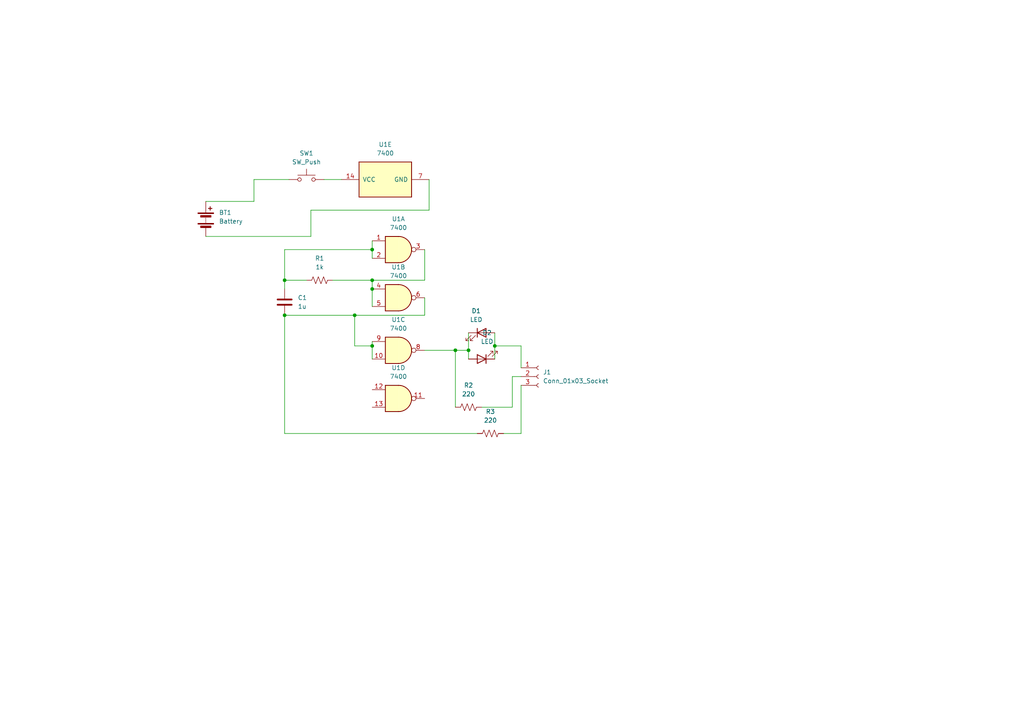
<source format=kicad_sch>
(kicad_sch (version 20230121) (generator eeschema)

  (uuid ff21d9b6-6a60-4f17-a0b1-c923402327dc)

  (paper "A4")

  (title_block
    (title "Transistor Tester")
    (date "2023-11-01")
    (rev "1")
  )

  (lib_symbols
    (symbol "74xx:7400" (pin_names (offset 1.016)) (in_bom yes) (on_board yes)
      (property "Reference" "U" (at 0 1.27 0)
        (effects (font (size 1.27 1.27)))
      )
      (property "Value" "7400" (at 0 -1.27 0)
        (effects (font (size 1.27 1.27)))
      )
      (property "Footprint" "" (at 0 0 0)
        (effects (font (size 1.27 1.27)) hide)
      )
      (property "Datasheet" "http://www.ti.com/lit/gpn/sn7400" (at 0 0 0)
        (effects (font (size 1.27 1.27)) hide)
      )
      (property "ki_locked" "" (at 0 0 0)
        (effects (font (size 1.27 1.27)))
      )
      (property "ki_keywords" "TTL nand 2-input" (at 0 0 0)
        (effects (font (size 1.27 1.27)) hide)
      )
      (property "ki_description" "quad 2-input NAND gate" (at 0 0 0)
        (effects (font (size 1.27 1.27)) hide)
      )
      (property "ki_fp_filters" "DIP*W7.62mm* SO14*" (at 0 0 0)
        (effects (font (size 1.27 1.27)) hide)
      )
      (symbol "7400_1_1"
        (arc (start 0 -3.81) (mid 3.7934 0) (end 0 3.81)
          (stroke (width 0.254) (type default))
          (fill (type background))
        )
        (polyline
          (pts
            (xy 0 3.81)
            (xy -3.81 3.81)
            (xy -3.81 -3.81)
            (xy 0 -3.81)
          )
          (stroke (width 0.254) (type default))
          (fill (type background))
        )
        (pin input line (at -7.62 2.54 0) (length 3.81)
          (name "~" (effects (font (size 1.27 1.27))))
          (number "1" (effects (font (size 1.27 1.27))))
        )
        (pin input line (at -7.62 -2.54 0) (length 3.81)
          (name "~" (effects (font (size 1.27 1.27))))
          (number "2" (effects (font (size 1.27 1.27))))
        )
        (pin output inverted (at 7.62 0 180) (length 3.81)
          (name "~" (effects (font (size 1.27 1.27))))
          (number "3" (effects (font (size 1.27 1.27))))
        )
      )
      (symbol "7400_1_2"
        (arc (start -3.81 -3.81) (mid -2.589 0) (end -3.81 3.81)
          (stroke (width 0.254) (type default))
          (fill (type none))
        )
        (arc (start -0.6096 -3.81) (mid 2.1842 -2.5851) (end 3.81 0)
          (stroke (width 0.254) (type default))
          (fill (type background))
        )
        (polyline
          (pts
            (xy -3.81 -3.81)
            (xy -0.635 -3.81)
          )
          (stroke (width 0.254) (type default))
          (fill (type background))
        )
        (polyline
          (pts
            (xy -3.81 3.81)
            (xy -0.635 3.81)
          )
          (stroke (width 0.254) (type default))
          (fill (type background))
        )
        (polyline
          (pts
            (xy -0.635 3.81)
            (xy -3.81 3.81)
            (xy -3.81 3.81)
            (xy -3.556 3.4036)
            (xy -3.0226 2.2606)
            (xy -2.6924 1.0414)
            (xy -2.6162 -0.254)
            (xy -2.7686 -1.4986)
            (xy -3.175 -2.7178)
            (xy -3.81 -3.81)
            (xy -3.81 -3.81)
            (xy -0.635 -3.81)
          )
          (stroke (width -25.4) (type default))
          (fill (type background))
        )
        (arc (start 3.81 0) (mid 2.1915 2.5936) (end -0.6096 3.81)
          (stroke (width 0.254) (type default))
          (fill (type background))
        )
        (pin input inverted (at -7.62 2.54 0) (length 4.318)
          (name "~" (effects (font (size 1.27 1.27))))
          (number "1" (effects (font (size 1.27 1.27))))
        )
        (pin input inverted (at -7.62 -2.54 0) (length 4.318)
          (name "~" (effects (font (size 1.27 1.27))))
          (number "2" (effects (font (size 1.27 1.27))))
        )
        (pin output line (at 7.62 0 180) (length 3.81)
          (name "~" (effects (font (size 1.27 1.27))))
          (number "3" (effects (font (size 1.27 1.27))))
        )
      )
      (symbol "7400_2_1"
        (arc (start 0 -3.81) (mid 3.7934 0) (end 0 3.81)
          (stroke (width 0.254) (type default))
          (fill (type background))
        )
        (polyline
          (pts
            (xy 0 3.81)
            (xy -3.81 3.81)
            (xy -3.81 -3.81)
            (xy 0 -3.81)
          )
          (stroke (width 0.254) (type default))
          (fill (type background))
        )
        (pin input line (at -7.62 2.54 0) (length 3.81)
          (name "~" (effects (font (size 1.27 1.27))))
          (number "4" (effects (font (size 1.27 1.27))))
        )
        (pin input line (at -7.62 -2.54 0) (length 3.81)
          (name "~" (effects (font (size 1.27 1.27))))
          (number "5" (effects (font (size 1.27 1.27))))
        )
        (pin output inverted (at 7.62 0 180) (length 3.81)
          (name "~" (effects (font (size 1.27 1.27))))
          (number "6" (effects (font (size 1.27 1.27))))
        )
      )
      (symbol "7400_2_2"
        (arc (start -3.81 -3.81) (mid -2.589 0) (end -3.81 3.81)
          (stroke (width 0.254) (type default))
          (fill (type none))
        )
        (arc (start -0.6096 -3.81) (mid 2.1842 -2.5851) (end 3.81 0)
          (stroke (width 0.254) (type default))
          (fill (type background))
        )
        (polyline
          (pts
            (xy -3.81 -3.81)
            (xy -0.635 -3.81)
          )
          (stroke (width 0.254) (type default))
          (fill (type background))
        )
        (polyline
          (pts
            (xy -3.81 3.81)
            (xy -0.635 3.81)
          )
          (stroke (width 0.254) (type default))
          (fill (type background))
        )
        (polyline
          (pts
            (xy -0.635 3.81)
            (xy -3.81 3.81)
            (xy -3.81 3.81)
            (xy -3.556 3.4036)
            (xy -3.0226 2.2606)
            (xy -2.6924 1.0414)
            (xy -2.6162 -0.254)
            (xy -2.7686 -1.4986)
            (xy -3.175 -2.7178)
            (xy -3.81 -3.81)
            (xy -3.81 -3.81)
            (xy -0.635 -3.81)
          )
          (stroke (width -25.4) (type default))
          (fill (type background))
        )
        (arc (start 3.81 0) (mid 2.1915 2.5936) (end -0.6096 3.81)
          (stroke (width 0.254) (type default))
          (fill (type background))
        )
        (pin input inverted (at -7.62 2.54 0) (length 4.318)
          (name "~" (effects (font (size 1.27 1.27))))
          (number "4" (effects (font (size 1.27 1.27))))
        )
        (pin input inverted (at -7.62 -2.54 0) (length 4.318)
          (name "~" (effects (font (size 1.27 1.27))))
          (number "5" (effects (font (size 1.27 1.27))))
        )
        (pin output line (at 7.62 0 180) (length 3.81)
          (name "~" (effects (font (size 1.27 1.27))))
          (number "6" (effects (font (size 1.27 1.27))))
        )
      )
      (symbol "7400_3_1"
        (arc (start 0 -3.81) (mid 3.7934 0) (end 0 3.81)
          (stroke (width 0.254) (type default))
          (fill (type background))
        )
        (polyline
          (pts
            (xy 0 3.81)
            (xy -3.81 3.81)
            (xy -3.81 -3.81)
            (xy 0 -3.81)
          )
          (stroke (width 0.254) (type default))
          (fill (type background))
        )
        (pin input line (at -7.62 -2.54 0) (length 3.81)
          (name "~" (effects (font (size 1.27 1.27))))
          (number "10" (effects (font (size 1.27 1.27))))
        )
        (pin output inverted (at 7.62 0 180) (length 3.81)
          (name "~" (effects (font (size 1.27 1.27))))
          (number "8" (effects (font (size 1.27 1.27))))
        )
        (pin input line (at -7.62 2.54 0) (length 3.81)
          (name "~" (effects (font (size 1.27 1.27))))
          (number "9" (effects (font (size 1.27 1.27))))
        )
      )
      (symbol "7400_3_2"
        (arc (start -3.81 -3.81) (mid -2.589 0) (end -3.81 3.81)
          (stroke (width 0.254) (type default))
          (fill (type none))
        )
        (arc (start -0.6096 -3.81) (mid 2.1842 -2.5851) (end 3.81 0)
          (stroke (width 0.254) (type default))
          (fill (type background))
        )
        (polyline
          (pts
            (xy -3.81 -3.81)
            (xy -0.635 -3.81)
          )
          (stroke (width 0.254) (type default))
          (fill (type background))
        )
        (polyline
          (pts
            (xy -3.81 3.81)
            (xy -0.635 3.81)
          )
          (stroke (width 0.254) (type default))
          (fill (type background))
        )
        (polyline
          (pts
            (xy -0.635 3.81)
            (xy -3.81 3.81)
            (xy -3.81 3.81)
            (xy -3.556 3.4036)
            (xy -3.0226 2.2606)
            (xy -2.6924 1.0414)
            (xy -2.6162 -0.254)
            (xy -2.7686 -1.4986)
            (xy -3.175 -2.7178)
            (xy -3.81 -3.81)
            (xy -3.81 -3.81)
            (xy -0.635 -3.81)
          )
          (stroke (width -25.4) (type default))
          (fill (type background))
        )
        (arc (start 3.81 0) (mid 2.1915 2.5936) (end -0.6096 3.81)
          (stroke (width 0.254) (type default))
          (fill (type background))
        )
        (pin input inverted (at -7.62 -2.54 0) (length 4.318)
          (name "~" (effects (font (size 1.27 1.27))))
          (number "10" (effects (font (size 1.27 1.27))))
        )
        (pin output line (at 7.62 0 180) (length 3.81)
          (name "~" (effects (font (size 1.27 1.27))))
          (number "8" (effects (font (size 1.27 1.27))))
        )
        (pin input inverted (at -7.62 2.54 0) (length 4.318)
          (name "~" (effects (font (size 1.27 1.27))))
          (number "9" (effects (font (size 1.27 1.27))))
        )
      )
      (symbol "7400_4_1"
        (arc (start 0 -3.81) (mid 3.7934 0) (end 0 3.81)
          (stroke (width 0.254) (type default))
          (fill (type background))
        )
        (polyline
          (pts
            (xy 0 3.81)
            (xy -3.81 3.81)
            (xy -3.81 -3.81)
            (xy 0 -3.81)
          )
          (stroke (width 0.254) (type default))
          (fill (type background))
        )
        (pin output inverted (at 7.62 0 180) (length 3.81)
          (name "~" (effects (font (size 1.27 1.27))))
          (number "11" (effects (font (size 1.27 1.27))))
        )
        (pin input line (at -7.62 2.54 0) (length 3.81)
          (name "~" (effects (font (size 1.27 1.27))))
          (number "12" (effects (font (size 1.27 1.27))))
        )
        (pin input line (at -7.62 -2.54 0) (length 3.81)
          (name "~" (effects (font (size 1.27 1.27))))
          (number "13" (effects (font (size 1.27 1.27))))
        )
      )
      (symbol "7400_4_2"
        (arc (start -3.81 -3.81) (mid -2.589 0) (end -3.81 3.81)
          (stroke (width 0.254) (type default))
          (fill (type none))
        )
        (arc (start -0.6096 -3.81) (mid 2.1842 -2.5851) (end 3.81 0)
          (stroke (width 0.254) (type default))
          (fill (type background))
        )
        (polyline
          (pts
            (xy -3.81 -3.81)
            (xy -0.635 -3.81)
          )
          (stroke (width 0.254) (type default))
          (fill (type background))
        )
        (polyline
          (pts
            (xy -3.81 3.81)
            (xy -0.635 3.81)
          )
          (stroke (width 0.254) (type default))
          (fill (type background))
        )
        (polyline
          (pts
            (xy -0.635 3.81)
            (xy -3.81 3.81)
            (xy -3.81 3.81)
            (xy -3.556 3.4036)
            (xy -3.0226 2.2606)
            (xy -2.6924 1.0414)
            (xy -2.6162 -0.254)
            (xy -2.7686 -1.4986)
            (xy -3.175 -2.7178)
            (xy -3.81 -3.81)
            (xy -3.81 -3.81)
            (xy -0.635 -3.81)
          )
          (stroke (width -25.4) (type default))
          (fill (type background))
        )
        (arc (start 3.81 0) (mid 2.1915 2.5936) (end -0.6096 3.81)
          (stroke (width 0.254) (type default))
          (fill (type background))
        )
        (pin output line (at 7.62 0 180) (length 3.81)
          (name "~" (effects (font (size 1.27 1.27))))
          (number "11" (effects (font (size 1.27 1.27))))
        )
        (pin input inverted (at -7.62 2.54 0) (length 4.318)
          (name "~" (effects (font (size 1.27 1.27))))
          (number "12" (effects (font (size 1.27 1.27))))
        )
        (pin input inverted (at -7.62 -2.54 0) (length 4.318)
          (name "~" (effects (font (size 1.27 1.27))))
          (number "13" (effects (font (size 1.27 1.27))))
        )
      )
      (symbol "7400_5_0"
        (pin power_in line (at 0 12.7 270) (length 5.08)
          (name "VCC" (effects (font (size 1.27 1.27))))
          (number "14" (effects (font (size 1.27 1.27))))
        )
        (pin power_in line (at 0 -12.7 90) (length 5.08)
          (name "GND" (effects (font (size 1.27 1.27))))
          (number "7" (effects (font (size 1.27 1.27))))
        )
      )
      (symbol "7400_5_1"
        (rectangle (start -5.08 7.62) (end 5.08 -7.62)
          (stroke (width 0.254) (type default))
          (fill (type background))
        )
      )
    )
    (symbol "Connector:Conn_01x03_Socket" (pin_names (offset 1.016) hide) (in_bom yes) (on_board yes)
      (property "Reference" "J" (at 0 5.08 0)
        (effects (font (size 1.27 1.27)))
      )
      (property "Value" "Conn_01x03_Socket" (at 0 -5.08 0)
        (effects (font (size 1.27 1.27)))
      )
      (property "Footprint" "" (at 0 0 0)
        (effects (font (size 1.27 1.27)) hide)
      )
      (property "Datasheet" "~" (at 0 0 0)
        (effects (font (size 1.27 1.27)) hide)
      )
      (property "ki_locked" "" (at 0 0 0)
        (effects (font (size 1.27 1.27)))
      )
      (property "ki_keywords" "connector" (at 0 0 0)
        (effects (font (size 1.27 1.27)) hide)
      )
      (property "ki_description" "Generic connector, single row, 01x03, script generated" (at 0 0 0)
        (effects (font (size 1.27 1.27)) hide)
      )
      (property "ki_fp_filters" "Connector*:*_1x??_*" (at 0 0 0)
        (effects (font (size 1.27 1.27)) hide)
      )
      (symbol "Conn_01x03_Socket_1_1"
        (arc (start 0 -2.032) (mid -0.5058 -2.54) (end 0 -3.048)
          (stroke (width 0.1524) (type default))
          (fill (type none))
        )
        (polyline
          (pts
            (xy -1.27 -2.54)
            (xy -0.508 -2.54)
          )
          (stroke (width 0.1524) (type default))
          (fill (type none))
        )
        (polyline
          (pts
            (xy -1.27 0)
            (xy -0.508 0)
          )
          (stroke (width 0.1524) (type default))
          (fill (type none))
        )
        (polyline
          (pts
            (xy -1.27 2.54)
            (xy -0.508 2.54)
          )
          (stroke (width 0.1524) (type default))
          (fill (type none))
        )
        (arc (start 0 0.508) (mid -0.5058 0) (end 0 -0.508)
          (stroke (width 0.1524) (type default))
          (fill (type none))
        )
        (arc (start 0 3.048) (mid -0.5058 2.54) (end 0 2.032)
          (stroke (width 0.1524) (type default))
          (fill (type none))
        )
        (pin passive line (at -5.08 2.54 0) (length 3.81)
          (name "Pin_1" (effects (font (size 1.27 1.27))))
          (number "1" (effects (font (size 1.27 1.27))))
        )
        (pin passive line (at -5.08 0 0) (length 3.81)
          (name "Pin_2" (effects (font (size 1.27 1.27))))
          (number "2" (effects (font (size 1.27 1.27))))
        )
        (pin passive line (at -5.08 -2.54 0) (length 3.81)
          (name "Pin_3" (effects (font (size 1.27 1.27))))
          (number "3" (effects (font (size 1.27 1.27))))
        )
      )
    )
    (symbol "Device:Battery" (pin_numbers hide) (pin_names (offset 0) hide) (in_bom yes) (on_board yes)
      (property "Reference" "BT" (at 2.54 2.54 0)
        (effects (font (size 1.27 1.27)) (justify left))
      )
      (property "Value" "Battery" (at 2.54 0 0)
        (effects (font (size 1.27 1.27)) (justify left))
      )
      (property "Footprint" "" (at 0 1.524 90)
        (effects (font (size 1.27 1.27)) hide)
      )
      (property "Datasheet" "~" (at 0 1.524 90)
        (effects (font (size 1.27 1.27)) hide)
      )
      (property "ki_keywords" "batt voltage-source cell" (at 0 0 0)
        (effects (font (size 1.27 1.27)) hide)
      )
      (property "ki_description" "Multiple-cell battery" (at 0 0 0)
        (effects (font (size 1.27 1.27)) hide)
      )
      (symbol "Battery_0_1"
        (rectangle (start -2.286 -1.27) (end 2.286 -1.524)
          (stroke (width 0) (type default))
          (fill (type outline))
        )
        (rectangle (start -2.286 1.778) (end 2.286 1.524)
          (stroke (width 0) (type default))
          (fill (type outline))
        )
        (rectangle (start -1.524 -2.032) (end 1.524 -2.54)
          (stroke (width 0) (type default))
          (fill (type outline))
        )
        (rectangle (start -1.524 1.016) (end 1.524 0.508)
          (stroke (width 0) (type default))
          (fill (type outline))
        )
        (polyline
          (pts
            (xy 0 -1.016)
            (xy 0 -0.762)
          )
          (stroke (width 0) (type default))
          (fill (type none))
        )
        (polyline
          (pts
            (xy 0 -0.508)
            (xy 0 -0.254)
          )
          (stroke (width 0) (type default))
          (fill (type none))
        )
        (polyline
          (pts
            (xy 0 0)
            (xy 0 0.254)
          )
          (stroke (width 0) (type default))
          (fill (type none))
        )
        (polyline
          (pts
            (xy 0 1.778)
            (xy 0 2.54)
          )
          (stroke (width 0) (type default))
          (fill (type none))
        )
        (polyline
          (pts
            (xy 0.762 3.048)
            (xy 1.778 3.048)
          )
          (stroke (width 0.254) (type default))
          (fill (type none))
        )
        (polyline
          (pts
            (xy 1.27 3.556)
            (xy 1.27 2.54)
          )
          (stroke (width 0.254) (type default))
          (fill (type none))
        )
      )
      (symbol "Battery_1_1"
        (pin passive line (at 0 5.08 270) (length 2.54)
          (name "+" (effects (font (size 1.27 1.27))))
          (number "1" (effects (font (size 1.27 1.27))))
        )
        (pin passive line (at 0 -5.08 90) (length 2.54)
          (name "-" (effects (font (size 1.27 1.27))))
          (number "2" (effects (font (size 1.27 1.27))))
        )
      )
    )
    (symbol "Device:C" (pin_numbers hide) (pin_names (offset 0.254)) (in_bom yes) (on_board yes)
      (property "Reference" "C" (at 0.635 2.54 0)
        (effects (font (size 1.27 1.27)) (justify left))
      )
      (property "Value" "C" (at 0.635 -2.54 0)
        (effects (font (size 1.27 1.27)) (justify left))
      )
      (property "Footprint" "" (at 0.9652 -3.81 0)
        (effects (font (size 1.27 1.27)) hide)
      )
      (property "Datasheet" "~" (at 0 0 0)
        (effects (font (size 1.27 1.27)) hide)
      )
      (property "ki_keywords" "cap capacitor" (at 0 0 0)
        (effects (font (size 1.27 1.27)) hide)
      )
      (property "ki_description" "Unpolarized capacitor" (at 0 0 0)
        (effects (font (size 1.27 1.27)) hide)
      )
      (property "ki_fp_filters" "C_*" (at 0 0 0)
        (effects (font (size 1.27 1.27)) hide)
      )
      (symbol "C_0_1"
        (polyline
          (pts
            (xy -2.032 -0.762)
            (xy 2.032 -0.762)
          )
          (stroke (width 0.508) (type default))
          (fill (type none))
        )
        (polyline
          (pts
            (xy -2.032 0.762)
            (xy 2.032 0.762)
          )
          (stroke (width 0.508) (type default))
          (fill (type none))
        )
      )
      (symbol "C_1_1"
        (pin passive line (at 0 3.81 270) (length 2.794)
          (name "~" (effects (font (size 1.27 1.27))))
          (number "1" (effects (font (size 1.27 1.27))))
        )
        (pin passive line (at 0 -3.81 90) (length 2.794)
          (name "~" (effects (font (size 1.27 1.27))))
          (number "2" (effects (font (size 1.27 1.27))))
        )
      )
    )
    (symbol "Device:LED" (pin_numbers hide) (pin_names (offset 1.016) hide) (in_bom yes) (on_board yes)
      (property "Reference" "D" (at 0 2.54 0)
        (effects (font (size 1.27 1.27)))
      )
      (property "Value" "LED" (at 0 -2.54 0)
        (effects (font (size 1.27 1.27)))
      )
      (property "Footprint" "" (at 0 0 0)
        (effects (font (size 1.27 1.27)) hide)
      )
      (property "Datasheet" "~" (at 0 0 0)
        (effects (font (size 1.27 1.27)) hide)
      )
      (property "ki_keywords" "LED diode" (at 0 0 0)
        (effects (font (size 1.27 1.27)) hide)
      )
      (property "ki_description" "Light emitting diode" (at 0 0 0)
        (effects (font (size 1.27 1.27)) hide)
      )
      (property "ki_fp_filters" "LED* LED_SMD:* LED_THT:*" (at 0 0 0)
        (effects (font (size 1.27 1.27)) hide)
      )
      (symbol "LED_0_1"
        (polyline
          (pts
            (xy -1.27 -1.27)
            (xy -1.27 1.27)
          )
          (stroke (width 0.254) (type default))
          (fill (type none))
        )
        (polyline
          (pts
            (xy -1.27 0)
            (xy 1.27 0)
          )
          (stroke (width 0) (type default))
          (fill (type none))
        )
        (polyline
          (pts
            (xy 1.27 -1.27)
            (xy 1.27 1.27)
            (xy -1.27 0)
            (xy 1.27 -1.27)
          )
          (stroke (width 0.254) (type default))
          (fill (type none))
        )
        (polyline
          (pts
            (xy -3.048 -0.762)
            (xy -4.572 -2.286)
            (xy -3.81 -2.286)
            (xy -4.572 -2.286)
            (xy -4.572 -1.524)
          )
          (stroke (width 0) (type default))
          (fill (type none))
        )
        (polyline
          (pts
            (xy -1.778 -0.762)
            (xy -3.302 -2.286)
            (xy -2.54 -2.286)
            (xy -3.302 -2.286)
            (xy -3.302 -1.524)
          )
          (stroke (width 0) (type default))
          (fill (type none))
        )
      )
      (symbol "LED_1_1"
        (pin passive line (at -3.81 0 0) (length 2.54)
          (name "K" (effects (font (size 1.27 1.27))))
          (number "1" (effects (font (size 1.27 1.27))))
        )
        (pin passive line (at 3.81 0 180) (length 2.54)
          (name "A" (effects (font (size 1.27 1.27))))
          (number "2" (effects (font (size 1.27 1.27))))
        )
      )
    )
    (symbol "Device:R_US" (pin_numbers hide) (pin_names (offset 0)) (in_bom yes) (on_board yes)
      (property "Reference" "R" (at 2.54 0 90)
        (effects (font (size 1.27 1.27)))
      )
      (property "Value" "R_US" (at -2.54 0 90)
        (effects (font (size 1.27 1.27)))
      )
      (property "Footprint" "" (at 1.016 -0.254 90)
        (effects (font (size 1.27 1.27)) hide)
      )
      (property "Datasheet" "~" (at 0 0 0)
        (effects (font (size 1.27 1.27)) hide)
      )
      (property "ki_keywords" "R res resistor" (at 0 0 0)
        (effects (font (size 1.27 1.27)) hide)
      )
      (property "ki_description" "Resistor, US symbol" (at 0 0 0)
        (effects (font (size 1.27 1.27)) hide)
      )
      (property "ki_fp_filters" "R_*" (at 0 0 0)
        (effects (font (size 1.27 1.27)) hide)
      )
      (symbol "R_US_0_1"
        (polyline
          (pts
            (xy 0 -2.286)
            (xy 0 -2.54)
          )
          (stroke (width 0) (type default))
          (fill (type none))
        )
        (polyline
          (pts
            (xy 0 2.286)
            (xy 0 2.54)
          )
          (stroke (width 0) (type default))
          (fill (type none))
        )
        (polyline
          (pts
            (xy 0 -0.762)
            (xy 1.016 -1.143)
            (xy 0 -1.524)
            (xy -1.016 -1.905)
            (xy 0 -2.286)
          )
          (stroke (width 0) (type default))
          (fill (type none))
        )
        (polyline
          (pts
            (xy 0 0.762)
            (xy 1.016 0.381)
            (xy 0 0)
            (xy -1.016 -0.381)
            (xy 0 -0.762)
          )
          (stroke (width 0) (type default))
          (fill (type none))
        )
        (polyline
          (pts
            (xy 0 2.286)
            (xy 1.016 1.905)
            (xy 0 1.524)
            (xy -1.016 1.143)
            (xy 0 0.762)
          )
          (stroke (width 0) (type default))
          (fill (type none))
        )
      )
      (symbol "R_US_1_1"
        (pin passive line (at 0 3.81 270) (length 1.27)
          (name "~" (effects (font (size 1.27 1.27))))
          (number "1" (effects (font (size 1.27 1.27))))
        )
        (pin passive line (at 0 -3.81 90) (length 1.27)
          (name "~" (effects (font (size 1.27 1.27))))
          (number "2" (effects (font (size 1.27 1.27))))
        )
      )
    )
    (symbol "Switch:SW_Push" (pin_numbers hide) (pin_names (offset 1.016) hide) (in_bom yes) (on_board yes)
      (property "Reference" "SW" (at 1.27 2.54 0)
        (effects (font (size 1.27 1.27)) (justify left))
      )
      (property "Value" "SW_Push" (at 0 -1.524 0)
        (effects (font (size 1.27 1.27)))
      )
      (property "Footprint" "" (at 0 5.08 0)
        (effects (font (size 1.27 1.27)) hide)
      )
      (property "Datasheet" "~" (at 0 5.08 0)
        (effects (font (size 1.27 1.27)) hide)
      )
      (property "ki_keywords" "switch normally-open pushbutton push-button" (at 0 0 0)
        (effects (font (size 1.27 1.27)) hide)
      )
      (property "ki_description" "Push button switch, generic, two pins" (at 0 0 0)
        (effects (font (size 1.27 1.27)) hide)
      )
      (symbol "SW_Push_0_1"
        (circle (center -2.032 0) (radius 0.508)
          (stroke (width 0) (type default))
          (fill (type none))
        )
        (polyline
          (pts
            (xy 0 1.27)
            (xy 0 3.048)
          )
          (stroke (width 0) (type default))
          (fill (type none))
        )
        (polyline
          (pts
            (xy 2.54 1.27)
            (xy -2.54 1.27)
          )
          (stroke (width 0) (type default))
          (fill (type none))
        )
        (circle (center 2.032 0) (radius 0.508)
          (stroke (width 0) (type default))
          (fill (type none))
        )
        (pin passive line (at -5.08 0 0) (length 2.54)
          (name "1" (effects (font (size 1.27 1.27))))
          (number "1" (effects (font (size 1.27 1.27))))
        )
        (pin passive line (at 5.08 0 180) (length 2.54)
          (name "2" (effects (font (size 1.27 1.27))))
          (number "2" (effects (font (size 1.27 1.27))))
        )
      )
    )
  )

  (junction (at 107.95 100.33) (diameter 0) (color 0 0 0 0)
    (uuid 07a663f9-53f9-4c84-aac0-6d6759b151bc)
  )
  (junction (at 143.51 100.33) (diameter 0) (color 0 0 0 0)
    (uuid 0c20c486-98aa-4dab-89fe-4d90a64b88db)
  )
  (junction (at 107.95 72.39) (diameter 0) (color 0 0 0 0)
    (uuid 314ec8f2-67bd-4c89-a502-5916b1ac9873)
  )
  (junction (at 132.08 101.6) (diameter 0) (color 0 0 0 0)
    (uuid 33b18831-ddd7-4931-9d15-a6c43b9b9c3b)
  )
  (junction (at 107.95 81.28) (diameter 0) (color 0 0 0 0)
    (uuid 42e68695-8eb9-495a-956a-c775c424f356)
  )
  (junction (at 135.89 101.6) (diameter 0) (color 0 0 0 0)
    (uuid 5bf47730-a83e-4f23-92f4-c68f882e24d0)
  )
  (junction (at 82.55 91.44) (diameter 0) (color 0 0 0 0)
    (uuid 7c9ed022-cdec-49cd-a64f-3b358dcfd86d)
  )
  (junction (at 82.55 81.28) (diameter 0) (color 0 0 0 0)
    (uuid c680fc12-1fcf-465d-afea-0ae0bd07fd8e)
  )
  (junction (at 102.87 91.44) (diameter 0) (color 0 0 0 0)
    (uuid c82b2e30-2795-425a-95ed-1425b2dbb6f6)
  )
  (junction (at 107.95 83.82) (diameter 0) (color 0 0 0 0)
    (uuid ecdc5a6b-a300-4443-b46e-ddb37fd1d7b4)
  )

  (wire (pts (xy 107.95 72.39) (xy 82.55 72.39))
    (stroke (width 0) (type default))
    (uuid 0303ea90-837a-4728-b671-232d49a67105)
  )
  (wire (pts (xy 132.08 101.6) (xy 135.89 101.6))
    (stroke (width 0) (type default))
    (uuid 0469dd07-22d3-4aad-8e5b-16b615212ff9)
  )
  (wire (pts (xy 151.13 125.73) (xy 146.05 125.73))
    (stroke (width 0) (type default))
    (uuid 0a904247-deb6-4aeb-9f57-a4fe52b009e0)
  )
  (wire (pts (xy 143.51 100.33) (xy 143.51 104.14))
    (stroke (width 0) (type default))
    (uuid 13da6482-620e-4f75-8748-6bbec48f6797)
  )
  (wire (pts (xy 148.59 109.22) (xy 151.13 109.22))
    (stroke (width 0) (type default))
    (uuid 20ec59d7-92e5-4910-a9e4-219e87302118)
  )
  (wire (pts (xy 82.55 81.28) (xy 88.9 81.28))
    (stroke (width 0) (type default))
    (uuid 29357e32-a910-4129-8ed4-5048613f0c3e)
  )
  (wire (pts (xy 123.19 101.6) (xy 132.08 101.6))
    (stroke (width 0) (type default))
    (uuid 3a3f2fd8-b5ff-4928-a2cb-735f167617ce)
  )
  (wire (pts (xy 82.55 125.73) (xy 82.55 91.44))
    (stroke (width 0) (type default))
    (uuid 3a668136-a862-48f6-a391-637e7e17a9b4)
  )
  (wire (pts (xy 132.08 101.6) (xy 132.08 118.11))
    (stroke (width 0) (type default))
    (uuid 3d3006da-633e-449a-96fa-1713bf0d8693)
  )
  (wire (pts (xy 73.66 58.42) (xy 73.66 52.07))
    (stroke (width 0) (type default))
    (uuid 413248f3-1830-4a26-9477-95ebecdc889d)
  )
  (wire (pts (xy 107.95 100.33) (xy 107.95 104.14))
    (stroke (width 0) (type default))
    (uuid 50ffee6c-6a04-4a3d-a386-add71b9acdd2)
  )
  (wire (pts (xy 151.13 111.76) (xy 151.13 125.73))
    (stroke (width 0) (type default))
    (uuid 523ca710-1f8d-425d-9a5d-a2f3a33c1ea6)
  )
  (wire (pts (xy 96.52 81.28) (xy 107.95 81.28))
    (stroke (width 0) (type default))
    (uuid 59857e08-c9a0-4ead-a9de-ee9ea078a6c0)
  )
  (wire (pts (xy 59.69 68.58) (xy 90.17 68.58))
    (stroke (width 0) (type default))
    (uuid 59986e93-8fd0-4354-8a0c-7e0ba859b8fd)
  )
  (wire (pts (xy 82.55 72.39) (xy 82.55 81.28))
    (stroke (width 0) (type default))
    (uuid 5a0dd13b-bf74-435a-a8c0-44f135fa6190)
  )
  (wire (pts (xy 124.46 52.07) (xy 124.46 60.96))
    (stroke (width 0) (type default))
    (uuid 5e4c08d3-ffd5-4121-b247-225ee36fd1d8)
  )
  (wire (pts (xy 90.17 60.96) (xy 124.46 60.96))
    (stroke (width 0) (type default))
    (uuid 63cb4a7c-992b-400c-8b13-0e7875b7bdf0)
  )
  (wire (pts (xy 135.89 101.6) (xy 135.89 104.14))
    (stroke (width 0) (type default))
    (uuid 64bd0dcf-8e3d-46cc-b271-e4d1ffebd5f3)
  )
  (wire (pts (xy 107.95 81.28) (xy 107.95 83.82))
    (stroke (width 0) (type default))
    (uuid 652f31ed-5055-4e0d-b2ed-689929975eb7)
  )
  (wire (pts (xy 143.51 96.52) (xy 143.51 100.33))
    (stroke (width 0) (type default))
    (uuid 72eb4b68-8d86-47f7-9ef0-ddc97a178e41)
  )
  (wire (pts (xy 138.43 125.73) (xy 82.55 125.73))
    (stroke (width 0) (type default))
    (uuid 7dd7965a-bbb6-4244-ac6e-248e2d875b61)
  )
  (wire (pts (xy 151.13 106.68) (xy 151.13 100.33))
    (stroke (width 0) (type default))
    (uuid 801a000d-749e-49aa-accd-aa5efe997691)
  )
  (wire (pts (xy 107.95 99.06) (xy 107.95 100.33))
    (stroke (width 0) (type default))
    (uuid 8347176b-f12f-4d16-9854-e170c860f0a2)
  )
  (wire (pts (xy 123.19 86.36) (xy 123.19 91.44))
    (stroke (width 0) (type default))
    (uuid 8aace357-470e-4aeb-8378-5cb567fcebb5)
  )
  (wire (pts (xy 123.19 91.44) (xy 102.87 91.44))
    (stroke (width 0) (type default))
    (uuid 8b147f9f-233a-4e99-8be8-a2c9c521543e)
  )
  (wire (pts (xy 59.69 58.42) (xy 73.66 58.42))
    (stroke (width 0) (type default))
    (uuid 9031b464-dbb7-4222-800a-77a6a7e9a82b)
  )
  (wire (pts (xy 135.89 96.52) (xy 135.89 101.6))
    (stroke (width 0) (type default))
    (uuid 98ca1464-3ac7-4dad-954d-10a8c1ebca9e)
  )
  (wire (pts (xy 102.87 100.33) (xy 102.87 91.44))
    (stroke (width 0) (type default))
    (uuid 9d9eb96c-18f6-4526-868b-410de81674f6)
  )
  (wire (pts (xy 151.13 100.33) (xy 143.51 100.33))
    (stroke (width 0) (type default))
    (uuid a3265ba8-bd8d-4eca-9904-edd28f694df3)
  )
  (wire (pts (xy 82.55 81.28) (xy 82.55 83.82))
    (stroke (width 0) (type default))
    (uuid a4f3db6d-b3b6-4bc6-a440-a126a5de85de)
  )
  (wire (pts (xy 123.19 72.39) (xy 123.19 81.28))
    (stroke (width 0) (type default))
    (uuid a85b17a1-4504-4392-8108-074a9f78bc7b)
  )
  (wire (pts (xy 90.17 68.58) (xy 90.17 60.96))
    (stroke (width 0) (type default))
    (uuid ba001f66-3c63-4576-a3e0-69aba064b7ce)
  )
  (wire (pts (xy 107.95 69.85) (xy 107.95 72.39))
    (stroke (width 0) (type default))
    (uuid ba8e924b-dfee-40c1-a21c-863af5754f97)
  )
  (wire (pts (xy 73.66 52.07) (xy 83.82 52.07))
    (stroke (width 0) (type default))
    (uuid d52fdef5-6e32-48a4-afad-c6bfd23680d5)
  )
  (wire (pts (xy 107.95 83.82) (xy 107.95 88.9))
    (stroke (width 0) (type default))
    (uuid dc077cbd-312f-4827-aa8c-b520b05c78dd)
  )
  (wire (pts (xy 148.59 118.11) (xy 148.59 109.22))
    (stroke (width 0) (type default))
    (uuid e3b33413-563d-4bf6-9258-8dc82c99c2a4)
  )
  (wire (pts (xy 123.19 81.28) (xy 107.95 81.28))
    (stroke (width 0) (type default))
    (uuid e47c4c1b-ee42-4747-82e0-b31d0be90a5e)
  )
  (wire (pts (xy 139.7 118.11) (xy 148.59 118.11))
    (stroke (width 0) (type default))
    (uuid e870a6b4-8d57-4397-a4b6-d33d49bb865a)
  )
  (wire (pts (xy 107.95 72.39) (xy 107.95 74.93))
    (stroke (width 0) (type default))
    (uuid ebc3e061-e126-4348-bee5-f644d9f426a5)
  )
  (wire (pts (xy 107.95 100.33) (xy 102.87 100.33))
    (stroke (width 0) (type default))
    (uuid f34a1115-2f87-4872-a8bb-107944fbf939)
  )
  (wire (pts (xy 93.98 52.07) (xy 99.06 52.07))
    (stroke (width 0) (type default))
    (uuid f8261761-9e76-48eb-bc4e-7ff60774e125)
  )
  (wire (pts (xy 102.87 91.44) (xy 82.55 91.44))
    (stroke (width 0) (type default))
    (uuid fee874c3-cd12-4ae0-9d71-c2d8697d8204)
  )

  (symbol (lib_id "74xx:7400") (at 111.76 52.07 90) (unit 5)
    (in_bom yes) (on_board yes) (dnp no) (fields_autoplaced)
    (uuid 2c0f5407-bc83-41d9-9944-ed6a663bd500)
    (property "Reference" "U1" (at 111.76 41.91 90)
      (effects (font (size 1.27 1.27)))
    )
    (property "Value" "7400" (at 111.76 44.45 90)
      (effects (font (size 1.27 1.27)))
    )
    (property "Footprint" "Package_DIP:DIP-14_W7.62mm_Socket" (at 111.76 52.07 0)
      (effects (font (size 1.27 1.27)) hide)
    )
    (property "Datasheet" "http://www.ti.com/lit/gpn/sn7400" (at 111.76 52.07 0)
      (effects (font (size 1.27 1.27)) hide)
    )
    (pin "1" (uuid c69c87f6-4976-4ea5-a0ec-0b0084ea53a9))
    (pin "2" (uuid 2d861147-bc50-40cd-b8e0-750ff8d656ed))
    (pin "3" (uuid 9d04fe86-6755-4b7c-999c-883f0171dee8))
    (pin "4" (uuid 9c42b76c-ca4a-4b91-b89f-57230c855113))
    (pin "5" (uuid dc28e3ec-303d-4a78-8c9a-2a7cd0b11513))
    (pin "6" (uuid 5010a845-b099-4c51-af36-247a34a6a6cc))
    (pin "10" (uuid 2065285e-ef03-4c11-a765-179b3887ddd7))
    (pin "8" (uuid 0b9b6ed2-2688-40fe-85a2-cd2a957cb434))
    (pin "9" (uuid 13cf4475-4caf-4d46-ba02-d2e0bd692c14))
    (pin "11" (uuid 8e1ba7bf-a514-4088-99f6-c99086fc1b06))
    (pin "12" (uuid 18a3a5ce-3f56-4110-a56b-3b0129473a38))
    (pin "13" (uuid 317d4656-2a1b-4dc1-b2d4-1c39d1aa5de4))
    (pin "14" (uuid 7e38d4e6-e63b-46fa-97fd-5a26ff54064b))
    (pin "7" (uuid 82988526-556f-482a-8eff-496ac5c1a78e))
    (instances
      (project "TransistorTester"
        (path "/ff21d9b6-6a60-4f17-a0b1-c923402327dc"
          (reference "U1") (unit 5)
        )
      )
    )
  )

  (symbol (lib_id "Device:Battery") (at 59.69 63.5 0) (unit 1)
    (in_bom yes) (on_board yes) (dnp no) (fields_autoplaced)
    (uuid 2f6f575f-9dc3-46cd-a1d7-b3bd29d4d07a)
    (property "Reference" "BT1" (at 63.5 61.6585 0)
      (effects (font (size 1.27 1.27)) (justify left))
    )
    (property "Value" "Battery" (at 63.5 64.1985 0)
      (effects (font (size 1.27 1.27)) (justify left))
    )
    (property "Footprint" "Connector_PinHeader_2.54mm:PinHeader_1x02_P2.54mm_Vertical" (at 59.69 61.976 90)
      (effects (font (size 1.27 1.27)) hide)
    )
    (property "Datasheet" "~" (at 59.69 61.976 90)
      (effects (font (size 1.27 1.27)) hide)
    )
    (pin "1" (uuid 9f17af25-9f3f-4edb-b6b6-3e8a8d0341da))
    (pin "2" (uuid 04e19e43-becd-4a94-98eb-5c2189d4b9b2))
    (instances
      (project "TransistorTester"
        (path "/ff21d9b6-6a60-4f17-a0b1-c923402327dc"
          (reference "BT1") (unit 1)
        )
      )
    )
  )

  (symbol (lib_id "Device:R_US") (at 142.24 125.73 90) (unit 1)
    (in_bom yes) (on_board yes) (dnp no) (fields_autoplaced)
    (uuid 2f987d52-84cf-4ead-bfab-370ce620d230)
    (property "Reference" "R3" (at 142.24 119.38 90)
      (effects (font (size 1.27 1.27)))
    )
    (property "Value" "220" (at 142.24 121.92 90)
      (effects (font (size 1.27 1.27)))
    )
    (property "Footprint" "Resistor_THT:R_Axial_DIN0207_L6.3mm_D2.5mm_P7.62mm_Horizontal" (at 142.494 124.714 90)
      (effects (font (size 1.27 1.27)) hide)
    )
    (property "Datasheet" "~" (at 142.24 125.73 0)
      (effects (font (size 1.27 1.27)) hide)
    )
    (pin "1" (uuid 74c4179a-c162-4ce1-ae08-a7f550a290b3))
    (pin "2" (uuid 0cc3fef0-86b7-40f4-93d6-975e2525e010))
    (instances
      (project "TransistorTester"
        (path "/ff21d9b6-6a60-4f17-a0b1-c923402327dc"
          (reference "R3") (unit 1)
        )
      )
    )
  )

  (symbol (lib_id "74xx:7400") (at 115.57 115.57 0) (unit 4)
    (in_bom yes) (on_board yes) (dnp no) (fields_autoplaced)
    (uuid 4e72e57e-ae7d-4806-a2d7-bfd14d08f41c)
    (property "Reference" "U1" (at 115.5617 106.68 0)
      (effects (font (size 1.27 1.27)))
    )
    (property "Value" "7400" (at 115.5617 109.22 0)
      (effects (font (size 1.27 1.27)))
    )
    (property "Footprint" "Package_DIP:DIP-14_W7.62mm_Socket" (at 115.57 115.57 0)
      (effects (font (size 1.27 1.27)) hide)
    )
    (property "Datasheet" "http://www.ti.com/lit/gpn/sn7400" (at 115.57 115.57 0)
      (effects (font (size 1.27 1.27)) hide)
    )
    (pin "1" (uuid 54d4b639-1f62-4170-8ecf-32d91e977fbf))
    (pin "2" (uuid a25ea4bb-6654-45bb-b483-be655e3d8429))
    (pin "3" (uuid 608004d4-b7e0-494f-89a2-ef2274546f46))
    (pin "4" (uuid 77f43429-54f0-4d91-8802-8b5c8ddb3336))
    (pin "5" (uuid 4ba6264f-84a4-4329-aadf-ba2b5212ba3e))
    (pin "6" (uuid 3f62829b-942e-424b-9994-ecef5e87330e))
    (pin "10" (uuid ce395e38-a61a-4549-8833-2d02b1e51c6b))
    (pin "8" (uuid b334ce6d-0dda-4e3d-92e6-8071e2783800))
    (pin "9" (uuid 67a746d1-81ee-432e-8174-3d875f5620d7))
    (pin "11" (uuid cc4809fb-8dac-4bff-b8ea-d8828ba2daf0))
    (pin "12" (uuid 2c893848-8acc-49a8-8a0e-212050db023a))
    (pin "13" (uuid f362b5c0-a099-484b-9d7c-9573dfd820a3))
    (pin "14" (uuid 2216683c-5187-4629-b14a-502c9adc9f1e))
    (pin "7" (uuid 8faf2c9e-3d66-4163-ba7b-827875c14254))
    (instances
      (project "TransistorTester"
        (path "/ff21d9b6-6a60-4f17-a0b1-c923402327dc"
          (reference "U1") (unit 4)
        )
      )
    )
  )

  (symbol (lib_id "Device:LED") (at 139.7 104.14 180) (unit 1)
    (in_bom yes) (on_board yes) (dnp no) (fields_autoplaced)
    (uuid 616a92ca-2658-4a0f-abf8-5cb7a62f5466)
    (property "Reference" "D2" (at 141.2875 96.52 0)
      (effects (font (size 1.27 1.27)))
    )
    (property "Value" "LED" (at 141.2875 99.06 0)
      (effects (font (size 1.27 1.27)))
    )
    (property "Footprint" "LED_THT:LED_D5.0mm" (at 139.7 104.14 0)
      (effects (font (size 1.27 1.27)) hide)
    )
    (property "Datasheet" "~" (at 139.7 104.14 0)
      (effects (font (size 1.27 1.27)) hide)
    )
    (pin "1" (uuid ba7d3f40-b68a-46d6-b5c6-f923d7c8a69d))
    (pin "2" (uuid ac022517-5b52-4892-9a81-4169dc9f0f28))
    (instances
      (project "TransistorTester"
        (path "/ff21d9b6-6a60-4f17-a0b1-c923402327dc"
          (reference "D2") (unit 1)
        )
      )
    )
  )

  (symbol (lib_id "Switch:SW_Push") (at 88.9 52.07 0) (unit 1)
    (in_bom yes) (on_board yes) (dnp no) (fields_autoplaced)
    (uuid 67c77a22-2a20-40ec-b370-44da73a44818)
    (property "Reference" "SW1" (at 88.9 44.45 0)
      (effects (font (size 1.27 1.27)))
    )
    (property "Value" "SW_Push" (at 88.9 46.99 0)
      (effects (font (size 1.27 1.27)))
    )
    (property "Footprint" "Button_Switch_THT:SW_PUSH_6mm_H5mm" (at 88.9 46.99 0)
      (effects (font (size 1.27 1.27)) hide)
    )
    (property "Datasheet" "~" (at 88.9 46.99 0)
      (effects (font (size 1.27 1.27)) hide)
    )
    (pin "1" (uuid c92b72b3-85c5-42b6-bee6-f220458058df))
    (pin "2" (uuid 7c4ce630-62ae-4be2-be28-102a957729ee))
    (instances
      (project "TransistorTester"
        (path "/ff21d9b6-6a60-4f17-a0b1-c923402327dc"
          (reference "SW1") (unit 1)
        )
      )
    )
  )

  (symbol (lib_id "Device:LED") (at 139.7 96.52 0) (unit 1)
    (in_bom yes) (on_board yes) (dnp no) (fields_autoplaced)
    (uuid 76e8e61e-d634-44d9-9402-30ffc4e5e066)
    (property "Reference" "D1" (at 138.1125 90.17 0)
      (effects (font (size 1.27 1.27)))
    )
    (property "Value" "LED" (at 138.1125 92.71 0)
      (effects (font (size 1.27 1.27)))
    )
    (property "Footprint" "LED_THT:LED_D5.0mm" (at 139.7 96.52 0)
      (effects (font (size 1.27 1.27)) hide)
    )
    (property "Datasheet" "~" (at 139.7 96.52 0)
      (effects (font (size 1.27 1.27)) hide)
    )
    (pin "1" (uuid c316e989-b5a7-47e8-b200-5b7457f5f334))
    (pin "2" (uuid b06eebe1-a638-4ffe-88db-12a7b6a78426))
    (instances
      (project "TransistorTester"
        (path "/ff21d9b6-6a60-4f17-a0b1-c923402327dc"
          (reference "D1") (unit 1)
        )
      )
    )
  )

  (symbol (lib_id "74xx:7400") (at 115.57 86.36 0) (unit 2)
    (in_bom yes) (on_board yes) (dnp no) (fields_autoplaced)
    (uuid 80ae9889-5bb2-4f88-a5ea-d231d9a50069)
    (property "Reference" "U1" (at 115.5617 77.47 0)
      (effects (font (size 1.27 1.27)))
    )
    (property "Value" "7400" (at 115.5617 80.01 0)
      (effects (font (size 1.27 1.27)))
    )
    (property "Footprint" "Package_DIP:DIP-14_W7.62mm_Socket" (at 115.57 86.36 0)
      (effects (font (size 1.27 1.27)) hide)
    )
    (property "Datasheet" "http://www.ti.com/lit/gpn/sn7400" (at 115.57 86.36 0)
      (effects (font (size 1.27 1.27)) hide)
    )
    (pin "1" (uuid 7d5b242a-6247-48db-9cd3-a0cfac4e9277))
    (pin "2" (uuid d07c9c4d-61b7-44ef-a422-165064d11969))
    (pin "3" (uuid 2ede1a19-0eb0-499f-b049-381ac69caca3))
    (pin "4" (uuid 261f360c-dd93-4a4a-beb5-01f8f86a5b6b))
    (pin "5" (uuid e25adf57-3405-47e6-86c6-f5c39e8b1799))
    (pin "6" (uuid d82e4dd2-d024-41f5-989d-c2cd79a3b09a))
    (pin "10" (uuid 5ed37f39-a372-4a2c-9bd2-0754ded5a104))
    (pin "8" (uuid 60220aa8-5826-4081-921e-7384d672d49b))
    (pin "9" (uuid 0427b15f-0c4e-4714-bd06-b801599939d0))
    (pin "11" (uuid 60309ee0-d836-46e7-9be9-442f07e1e094))
    (pin "12" (uuid e204a81e-96f1-4126-bae6-76f31bd49a47))
    (pin "13" (uuid 143db37f-6a2f-4de0-9376-0802f02635e9))
    (pin "14" (uuid 21d128de-8f6d-4cdc-8e34-e2b02d648d6f))
    (pin "7" (uuid a70c25b8-cb46-441b-868d-51a887c7f53c))
    (instances
      (project "TransistorTester"
        (path "/ff21d9b6-6a60-4f17-a0b1-c923402327dc"
          (reference "U1") (unit 2)
        )
      )
    )
  )

  (symbol (lib_id "74xx:7400") (at 115.57 72.39 0) (unit 1)
    (in_bom yes) (on_board yes) (dnp no) (fields_autoplaced)
    (uuid 84546960-128f-4e40-9048-5f332be3b117)
    (property "Reference" "U1" (at 115.5617 63.5 0)
      (effects (font (size 1.27 1.27)))
    )
    (property "Value" "7400" (at 115.5617 66.04 0)
      (effects (font (size 1.27 1.27)))
    )
    (property "Footprint" "Package_DIP:DIP-14_W7.62mm_Socket" (at 115.57 72.39 0)
      (effects (font (size 1.27 1.27)) hide)
    )
    (property "Datasheet" "http://www.ti.com/lit/gpn/sn7400" (at 115.57 72.39 0)
      (effects (font (size 1.27 1.27)) hide)
    )
    (pin "1" (uuid 5464444a-d332-4e0b-9a83-b17c839119ee))
    (pin "2" (uuid e3d2101d-ad4c-4c99-a579-609d531607b9))
    (pin "3" (uuid fd1fbfd9-0bdc-4958-8f73-cdd51e52a16e))
    (pin "4" (uuid 01e1c970-b2cd-4c8c-ac89-38b4bc190936))
    (pin "5" (uuid b39ff2aa-90bf-4e0c-8892-5a311047092a))
    (pin "6" (uuid 3f63564b-aa1b-4871-86a8-727d7f355c8a))
    (pin "10" (uuid 64a252c8-6286-4c79-93b8-ce386feed1c9))
    (pin "8" (uuid 849da039-abec-4c62-a41e-14851d806815))
    (pin "9" (uuid dc2343cf-9578-4529-87ed-9dbf2a3c9401))
    (pin "11" (uuid bf955d11-6b42-46ef-9dd4-6c70ac19442c))
    (pin "12" (uuid 18d6ec3f-0d06-4b89-858f-78f0ca33ce11))
    (pin "13" (uuid 254d16e4-8526-4123-a034-9aed06f9b123))
    (pin "14" (uuid de0e5d6b-9e55-4665-8bb0-b07fe22df0f4))
    (pin "7" (uuid f92ae08f-3bf6-43b9-9896-a07cd00dd3c5))
    (instances
      (project "TransistorTester"
        (path "/ff21d9b6-6a60-4f17-a0b1-c923402327dc"
          (reference "U1") (unit 1)
        )
      )
    )
  )

  (symbol (lib_id "74xx:7400") (at 115.57 101.6 0) (unit 3)
    (in_bom yes) (on_board yes) (dnp no) (fields_autoplaced)
    (uuid a1b75ca4-a531-40cd-a94f-091399fa2ff2)
    (property "Reference" "U1" (at 115.5617 92.71 0)
      (effects (font (size 1.27 1.27)))
    )
    (property "Value" "7400" (at 115.5617 95.25 0)
      (effects (font (size 1.27 1.27)))
    )
    (property "Footprint" "Package_DIP:DIP-14_W7.62mm_Socket" (at 115.57 101.6 0)
      (effects (font (size 1.27 1.27)) hide)
    )
    (property "Datasheet" "http://www.ti.com/lit/gpn/sn7400" (at 115.57 101.6 0)
      (effects (font (size 1.27 1.27)) hide)
    )
    (pin "1" (uuid e4a0f34e-4332-409c-84a9-abf0ffe32e77))
    (pin "2" (uuid fc16f861-fb97-4188-b425-674cac9b6e41))
    (pin "3" (uuid 57f65602-4263-481e-885d-c4bdbb0e3b2b))
    (pin "4" (uuid 1e9e730c-a4db-448b-8d4f-505f42d2adaa))
    (pin "5" (uuid 8afcf544-d443-4912-9efd-f7cf51998b93))
    (pin "6" (uuid ba8f77eb-1c58-427e-916d-ee6782c1c1bd))
    (pin "10" (uuid 6ddf37a1-b758-4684-bcb3-85d82311c487))
    (pin "8" (uuid 90a14e61-7efc-4796-ac4d-6d7072575ddc))
    (pin "9" (uuid 906aa9ce-2f58-42dc-a8be-635adce235a7))
    (pin "11" (uuid e893e31f-95ac-4a97-b132-5dc9d97639a3))
    (pin "12" (uuid f4116ddf-faa4-44fe-b4eb-016734615c4b))
    (pin "13" (uuid 76fb5f1e-8068-42c7-bbae-9b4db1464b90))
    (pin "14" (uuid 716cc12f-c923-4b90-ae5e-f3bb2ab5a60b))
    (pin "7" (uuid 6d48acf0-0671-46c8-81c7-50db78bc7ab3))
    (instances
      (project "TransistorTester"
        (path "/ff21d9b6-6a60-4f17-a0b1-c923402327dc"
          (reference "U1") (unit 3)
        )
      )
    )
  )

  (symbol (lib_id "Device:C") (at 82.55 87.63 0) (unit 1)
    (in_bom yes) (on_board yes) (dnp no) (fields_autoplaced)
    (uuid b06af626-eebf-4d0f-ad59-bda69fc58212)
    (property "Reference" "C1" (at 86.36 86.36 0)
      (effects (font (size 1.27 1.27)) (justify left))
    )
    (property "Value" "1u" (at 86.36 88.9 0)
      (effects (font (size 1.27 1.27)) (justify left))
    )
    (property "Footprint" "Capacitor_THT:C_Disc_D3.0mm_W1.6mm_P2.50mm" (at 83.5152 91.44 0)
      (effects (font (size 1.27 1.27)) hide)
    )
    (property "Datasheet" "~" (at 82.55 87.63 0)
      (effects (font (size 1.27 1.27)) hide)
    )
    (pin "1" (uuid 659bdf6c-8623-4302-9c9d-b053152962b7))
    (pin "2" (uuid 87988528-78f3-41ed-8fd4-756a55de3f54))
    (instances
      (project "TransistorTester"
        (path "/ff21d9b6-6a60-4f17-a0b1-c923402327dc"
          (reference "C1") (unit 1)
        )
      )
    )
  )

  (symbol (lib_id "Device:R_US") (at 92.71 81.28 90) (unit 1)
    (in_bom yes) (on_board yes) (dnp no) (fields_autoplaced)
    (uuid da8041fa-2136-4fa7-9244-e7ee7afa53e3)
    (property "Reference" "R1" (at 92.71 74.93 90)
      (effects (font (size 1.27 1.27)))
    )
    (property "Value" "1k" (at 92.71 77.47 90)
      (effects (font (size 1.27 1.27)))
    )
    (property "Footprint" "Resistor_THT:R_Axial_DIN0207_L6.3mm_D2.5mm_P7.62mm_Horizontal" (at 92.964 80.264 90)
      (effects (font (size 1.27 1.27)) hide)
    )
    (property "Datasheet" "~" (at 92.71 81.28 0)
      (effects (font (size 1.27 1.27)) hide)
    )
    (pin "1" (uuid eec9faff-8a28-4092-88ed-020398f2df46))
    (pin "2" (uuid dd9fa463-5634-44aa-bb15-b73804ff3de0))
    (instances
      (project "TransistorTester"
        (path "/ff21d9b6-6a60-4f17-a0b1-c923402327dc"
          (reference "R1") (unit 1)
        )
      )
    )
  )

  (symbol (lib_id "Connector:Conn_01x03_Socket") (at 156.21 109.22 0) (unit 1)
    (in_bom yes) (on_board yes) (dnp no) (fields_autoplaced)
    (uuid dbec7902-ea84-4280-a331-a6264602d6f4)
    (property "Reference" "J1" (at 157.48 107.95 0)
      (effects (font (size 1.27 1.27)) (justify left))
    )
    (property "Value" "Conn_01x03_Socket" (at 157.48 110.49 0)
      (effects (font (size 1.27 1.27)) (justify left))
    )
    (property "Footprint" "Connector_PinSocket_2.54mm:PinSocket_1x03_P2.54mm_Vertical" (at 156.21 109.22 0)
      (effects (font (size 1.27 1.27)) hide)
    )
    (property "Datasheet" "~" (at 156.21 109.22 0)
      (effects (font (size 1.27 1.27)) hide)
    )
    (pin "1" (uuid dfc7b30f-5bdb-415d-973a-2e9ae58e5f5e))
    (pin "2" (uuid 009f6ce6-dae7-4224-9c38-45f7eb94e00d))
    (pin "3" (uuid 90605819-ed41-4ce0-91e5-9331baab3690))
    (instances
      (project "TransistorTester"
        (path "/ff21d9b6-6a60-4f17-a0b1-c923402327dc"
          (reference "J1") (unit 1)
        )
      )
    )
  )

  (symbol (lib_id "Device:R_US") (at 135.89 118.11 270) (unit 1)
    (in_bom yes) (on_board yes) (dnp no) (fields_autoplaced)
    (uuid e05b89d1-db77-4643-9ed4-73adce13f558)
    (property "Reference" "R2" (at 135.89 111.76 90)
      (effects (font (size 1.27 1.27)))
    )
    (property "Value" "220" (at 135.89 114.3 90)
      (effects (font (size 1.27 1.27)))
    )
    (property "Footprint" "Resistor_THT:R_Axial_DIN0207_L6.3mm_D2.5mm_P7.62mm_Horizontal" (at 135.636 119.126 90)
      (effects (font (size 1.27 1.27)) hide)
    )
    (property "Datasheet" "~" (at 135.89 118.11 0)
      (effects (font (size 1.27 1.27)) hide)
    )
    (pin "1" (uuid f8d255e0-623e-4e1c-ab9c-81769e48af45))
    (pin "2" (uuid e4bf57a3-1e59-48c4-91d7-5d39f704c2fa))
    (instances
      (project "TransistorTester"
        (path "/ff21d9b6-6a60-4f17-a0b1-c923402327dc"
          (reference "R2") (unit 1)
        )
      )
    )
  )

  (sheet_instances
    (path "/" (page "1"))
  )
)

</source>
